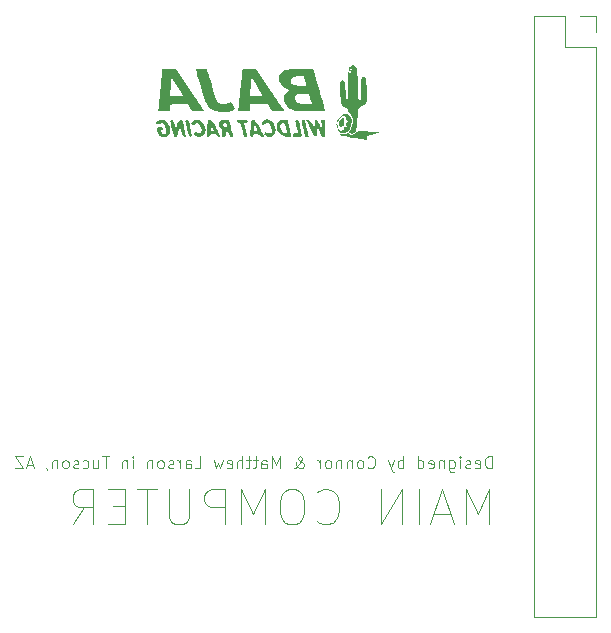
<source format=gbr>
%TF.GenerationSoftware,KiCad,Pcbnew,8.0.8-8.0.8-0~ubuntu24.04.1*%
%TF.CreationDate,2025-02-15T13:26:57-07:00*%
%TF.ProjectId,Main Computer,4d61696e-2043-46f6-9d70-757465722e6b,rev?*%
%TF.SameCoordinates,Original*%
%TF.FileFunction,Legend,Bot*%
%TF.FilePolarity,Positive*%
%FSLAX46Y46*%
G04 Gerber Fmt 4.6, Leading zero omitted, Abs format (unit mm)*
G04 Created by KiCad (PCBNEW 8.0.8-8.0.8-0~ubuntu24.04.1) date 2025-02-15 13:26:57*
%MOMM*%
%LPD*%
G01*
G04 APERTURE LIST*
%ADD10C,0.100000*%
%ADD11C,0.120000*%
%ADD12C,0.000000*%
G04 APERTURE END LIST*
D10*
X141796115Y-133672419D02*
X141796115Y-132672419D01*
X141796115Y-132672419D02*
X141558020Y-132672419D01*
X141558020Y-132672419D02*
X141415163Y-132720038D01*
X141415163Y-132720038D02*
X141319925Y-132815276D01*
X141319925Y-132815276D02*
X141272306Y-132910514D01*
X141272306Y-132910514D02*
X141224687Y-133100990D01*
X141224687Y-133100990D02*
X141224687Y-133243847D01*
X141224687Y-133243847D02*
X141272306Y-133434323D01*
X141272306Y-133434323D02*
X141319925Y-133529561D01*
X141319925Y-133529561D02*
X141415163Y-133624800D01*
X141415163Y-133624800D02*
X141558020Y-133672419D01*
X141558020Y-133672419D02*
X141796115Y-133672419D01*
X140415163Y-133624800D02*
X140510401Y-133672419D01*
X140510401Y-133672419D02*
X140700877Y-133672419D01*
X140700877Y-133672419D02*
X140796115Y-133624800D01*
X140796115Y-133624800D02*
X140843734Y-133529561D01*
X140843734Y-133529561D02*
X140843734Y-133148609D01*
X140843734Y-133148609D02*
X140796115Y-133053371D01*
X140796115Y-133053371D02*
X140700877Y-133005752D01*
X140700877Y-133005752D02*
X140510401Y-133005752D01*
X140510401Y-133005752D02*
X140415163Y-133053371D01*
X140415163Y-133053371D02*
X140367544Y-133148609D01*
X140367544Y-133148609D02*
X140367544Y-133243847D01*
X140367544Y-133243847D02*
X140843734Y-133339085D01*
X139986591Y-133624800D02*
X139891353Y-133672419D01*
X139891353Y-133672419D02*
X139700877Y-133672419D01*
X139700877Y-133672419D02*
X139605639Y-133624800D01*
X139605639Y-133624800D02*
X139558020Y-133529561D01*
X139558020Y-133529561D02*
X139558020Y-133481942D01*
X139558020Y-133481942D02*
X139605639Y-133386704D01*
X139605639Y-133386704D02*
X139700877Y-133339085D01*
X139700877Y-133339085D02*
X139843734Y-133339085D01*
X139843734Y-133339085D02*
X139938972Y-133291466D01*
X139938972Y-133291466D02*
X139986591Y-133196228D01*
X139986591Y-133196228D02*
X139986591Y-133148609D01*
X139986591Y-133148609D02*
X139938972Y-133053371D01*
X139938972Y-133053371D02*
X139843734Y-133005752D01*
X139843734Y-133005752D02*
X139700877Y-133005752D01*
X139700877Y-133005752D02*
X139605639Y-133053371D01*
X139129448Y-133672419D02*
X139129448Y-133005752D01*
X139129448Y-132672419D02*
X139177067Y-132720038D01*
X139177067Y-132720038D02*
X139129448Y-132767657D01*
X139129448Y-132767657D02*
X139081829Y-132720038D01*
X139081829Y-132720038D02*
X139129448Y-132672419D01*
X139129448Y-132672419D02*
X139129448Y-132767657D01*
X138224687Y-133005752D02*
X138224687Y-133815276D01*
X138224687Y-133815276D02*
X138272306Y-133910514D01*
X138272306Y-133910514D02*
X138319925Y-133958133D01*
X138319925Y-133958133D02*
X138415163Y-134005752D01*
X138415163Y-134005752D02*
X138558020Y-134005752D01*
X138558020Y-134005752D02*
X138653258Y-133958133D01*
X138224687Y-133624800D02*
X138319925Y-133672419D01*
X138319925Y-133672419D02*
X138510401Y-133672419D01*
X138510401Y-133672419D02*
X138605639Y-133624800D01*
X138605639Y-133624800D02*
X138653258Y-133577180D01*
X138653258Y-133577180D02*
X138700877Y-133481942D01*
X138700877Y-133481942D02*
X138700877Y-133196228D01*
X138700877Y-133196228D02*
X138653258Y-133100990D01*
X138653258Y-133100990D02*
X138605639Y-133053371D01*
X138605639Y-133053371D02*
X138510401Y-133005752D01*
X138510401Y-133005752D02*
X138319925Y-133005752D01*
X138319925Y-133005752D02*
X138224687Y-133053371D01*
X137748496Y-133005752D02*
X137748496Y-133672419D01*
X137748496Y-133100990D02*
X137700877Y-133053371D01*
X137700877Y-133053371D02*
X137605639Y-133005752D01*
X137605639Y-133005752D02*
X137462782Y-133005752D01*
X137462782Y-133005752D02*
X137367544Y-133053371D01*
X137367544Y-133053371D02*
X137319925Y-133148609D01*
X137319925Y-133148609D02*
X137319925Y-133672419D01*
X136462782Y-133624800D02*
X136558020Y-133672419D01*
X136558020Y-133672419D02*
X136748496Y-133672419D01*
X136748496Y-133672419D02*
X136843734Y-133624800D01*
X136843734Y-133624800D02*
X136891353Y-133529561D01*
X136891353Y-133529561D02*
X136891353Y-133148609D01*
X136891353Y-133148609D02*
X136843734Y-133053371D01*
X136843734Y-133053371D02*
X136748496Y-133005752D01*
X136748496Y-133005752D02*
X136558020Y-133005752D01*
X136558020Y-133005752D02*
X136462782Y-133053371D01*
X136462782Y-133053371D02*
X136415163Y-133148609D01*
X136415163Y-133148609D02*
X136415163Y-133243847D01*
X136415163Y-133243847D02*
X136891353Y-133339085D01*
X135558020Y-133672419D02*
X135558020Y-132672419D01*
X135558020Y-133624800D02*
X135653258Y-133672419D01*
X135653258Y-133672419D02*
X135843734Y-133672419D01*
X135843734Y-133672419D02*
X135938972Y-133624800D01*
X135938972Y-133624800D02*
X135986591Y-133577180D01*
X135986591Y-133577180D02*
X136034210Y-133481942D01*
X136034210Y-133481942D02*
X136034210Y-133196228D01*
X136034210Y-133196228D02*
X135986591Y-133100990D01*
X135986591Y-133100990D02*
X135938972Y-133053371D01*
X135938972Y-133053371D02*
X135843734Y-133005752D01*
X135843734Y-133005752D02*
X135653258Y-133005752D01*
X135653258Y-133005752D02*
X135558020Y-133053371D01*
X134319924Y-133672419D02*
X134319924Y-132672419D01*
X134319924Y-133053371D02*
X134224686Y-133005752D01*
X134224686Y-133005752D02*
X134034210Y-133005752D01*
X134034210Y-133005752D02*
X133938972Y-133053371D01*
X133938972Y-133053371D02*
X133891353Y-133100990D01*
X133891353Y-133100990D02*
X133843734Y-133196228D01*
X133843734Y-133196228D02*
X133843734Y-133481942D01*
X133843734Y-133481942D02*
X133891353Y-133577180D01*
X133891353Y-133577180D02*
X133938972Y-133624800D01*
X133938972Y-133624800D02*
X134034210Y-133672419D01*
X134034210Y-133672419D02*
X134224686Y-133672419D01*
X134224686Y-133672419D02*
X134319924Y-133624800D01*
X133510400Y-133005752D02*
X133272305Y-133672419D01*
X133034210Y-133005752D02*
X133272305Y-133672419D01*
X133272305Y-133672419D02*
X133367543Y-133910514D01*
X133367543Y-133910514D02*
X133415162Y-133958133D01*
X133415162Y-133958133D02*
X133510400Y-134005752D01*
X131319924Y-133577180D02*
X131367543Y-133624800D01*
X131367543Y-133624800D02*
X131510400Y-133672419D01*
X131510400Y-133672419D02*
X131605638Y-133672419D01*
X131605638Y-133672419D02*
X131748495Y-133624800D01*
X131748495Y-133624800D02*
X131843733Y-133529561D01*
X131843733Y-133529561D02*
X131891352Y-133434323D01*
X131891352Y-133434323D02*
X131938971Y-133243847D01*
X131938971Y-133243847D02*
X131938971Y-133100990D01*
X131938971Y-133100990D02*
X131891352Y-132910514D01*
X131891352Y-132910514D02*
X131843733Y-132815276D01*
X131843733Y-132815276D02*
X131748495Y-132720038D01*
X131748495Y-132720038D02*
X131605638Y-132672419D01*
X131605638Y-132672419D02*
X131510400Y-132672419D01*
X131510400Y-132672419D02*
X131367543Y-132720038D01*
X131367543Y-132720038D02*
X131319924Y-132767657D01*
X130748495Y-133672419D02*
X130843733Y-133624800D01*
X130843733Y-133624800D02*
X130891352Y-133577180D01*
X130891352Y-133577180D02*
X130938971Y-133481942D01*
X130938971Y-133481942D02*
X130938971Y-133196228D01*
X130938971Y-133196228D02*
X130891352Y-133100990D01*
X130891352Y-133100990D02*
X130843733Y-133053371D01*
X130843733Y-133053371D02*
X130748495Y-133005752D01*
X130748495Y-133005752D02*
X130605638Y-133005752D01*
X130605638Y-133005752D02*
X130510400Y-133053371D01*
X130510400Y-133053371D02*
X130462781Y-133100990D01*
X130462781Y-133100990D02*
X130415162Y-133196228D01*
X130415162Y-133196228D02*
X130415162Y-133481942D01*
X130415162Y-133481942D02*
X130462781Y-133577180D01*
X130462781Y-133577180D02*
X130510400Y-133624800D01*
X130510400Y-133624800D02*
X130605638Y-133672419D01*
X130605638Y-133672419D02*
X130748495Y-133672419D01*
X129986590Y-133005752D02*
X129986590Y-133672419D01*
X129986590Y-133100990D02*
X129938971Y-133053371D01*
X129938971Y-133053371D02*
X129843733Y-133005752D01*
X129843733Y-133005752D02*
X129700876Y-133005752D01*
X129700876Y-133005752D02*
X129605638Y-133053371D01*
X129605638Y-133053371D02*
X129558019Y-133148609D01*
X129558019Y-133148609D02*
X129558019Y-133672419D01*
X129081828Y-133005752D02*
X129081828Y-133672419D01*
X129081828Y-133100990D02*
X129034209Y-133053371D01*
X129034209Y-133053371D02*
X128938971Y-133005752D01*
X128938971Y-133005752D02*
X128796114Y-133005752D01*
X128796114Y-133005752D02*
X128700876Y-133053371D01*
X128700876Y-133053371D02*
X128653257Y-133148609D01*
X128653257Y-133148609D02*
X128653257Y-133672419D01*
X128034209Y-133672419D02*
X128129447Y-133624800D01*
X128129447Y-133624800D02*
X128177066Y-133577180D01*
X128177066Y-133577180D02*
X128224685Y-133481942D01*
X128224685Y-133481942D02*
X128224685Y-133196228D01*
X128224685Y-133196228D02*
X128177066Y-133100990D01*
X128177066Y-133100990D02*
X128129447Y-133053371D01*
X128129447Y-133053371D02*
X128034209Y-133005752D01*
X128034209Y-133005752D02*
X127891352Y-133005752D01*
X127891352Y-133005752D02*
X127796114Y-133053371D01*
X127796114Y-133053371D02*
X127748495Y-133100990D01*
X127748495Y-133100990D02*
X127700876Y-133196228D01*
X127700876Y-133196228D02*
X127700876Y-133481942D01*
X127700876Y-133481942D02*
X127748495Y-133577180D01*
X127748495Y-133577180D02*
X127796114Y-133624800D01*
X127796114Y-133624800D02*
X127891352Y-133672419D01*
X127891352Y-133672419D02*
X128034209Y-133672419D01*
X127272304Y-133672419D02*
X127272304Y-133005752D01*
X127272304Y-133196228D02*
X127224685Y-133100990D01*
X127224685Y-133100990D02*
X127177066Y-133053371D01*
X127177066Y-133053371D02*
X127081828Y-133005752D01*
X127081828Y-133005752D02*
X126986590Y-133005752D01*
X125081827Y-133672419D02*
X125129447Y-133672419D01*
X125129447Y-133672419D02*
X125224685Y-133624800D01*
X125224685Y-133624800D02*
X125367542Y-133481942D01*
X125367542Y-133481942D02*
X125605637Y-133196228D01*
X125605637Y-133196228D02*
X125700875Y-133053371D01*
X125700875Y-133053371D02*
X125748494Y-132910514D01*
X125748494Y-132910514D02*
X125748494Y-132815276D01*
X125748494Y-132815276D02*
X125700875Y-132720038D01*
X125700875Y-132720038D02*
X125605637Y-132672419D01*
X125605637Y-132672419D02*
X125558018Y-132672419D01*
X125558018Y-132672419D02*
X125462780Y-132720038D01*
X125462780Y-132720038D02*
X125415161Y-132815276D01*
X125415161Y-132815276D02*
X125415161Y-132862895D01*
X125415161Y-132862895D02*
X125462780Y-132958133D01*
X125462780Y-132958133D02*
X125510399Y-133005752D01*
X125510399Y-133005752D02*
X125796113Y-133196228D01*
X125796113Y-133196228D02*
X125843732Y-133243847D01*
X125843732Y-133243847D02*
X125891351Y-133339085D01*
X125891351Y-133339085D02*
X125891351Y-133481942D01*
X125891351Y-133481942D02*
X125843732Y-133577180D01*
X125843732Y-133577180D02*
X125796113Y-133624800D01*
X125796113Y-133624800D02*
X125700875Y-133672419D01*
X125700875Y-133672419D02*
X125558018Y-133672419D01*
X125558018Y-133672419D02*
X125462780Y-133624800D01*
X125462780Y-133624800D02*
X125415161Y-133577180D01*
X125415161Y-133577180D02*
X125272304Y-133386704D01*
X125272304Y-133386704D02*
X125224685Y-133243847D01*
X125224685Y-133243847D02*
X125224685Y-133148609D01*
X123891351Y-133672419D02*
X123891351Y-132672419D01*
X123891351Y-132672419D02*
X123558018Y-133386704D01*
X123558018Y-133386704D02*
X123224685Y-132672419D01*
X123224685Y-132672419D02*
X123224685Y-133672419D01*
X122319923Y-133672419D02*
X122319923Y-133148609D01*
X122319923Y-133148609D02*
X122367542Y-133053371D01*
X122367542Y-133053371D02*
X122462780Y-133005752D01*
X122462780Y-133005752D02*
X122653256Y-133005752D01*
X122653256Y-133005752D02*
X122748494Y-133053371D01*
X122319923Y-133624800D02*
X122415161Y-133672419D01*
X122415161Y-133672419D02*
X122653256Y-133672419D01*
X122653256Y-133672419D02*
X122748494Y-133624800D01*
X122748494Y-133624800D02*
X122796113Y-133529561D01*
X122796113Y-133529561D02*
X122796113Y-133434323D01*
X122796113Y-133434323D02*
X122748494Y-133339085D01*
X122748494Y-133339085D02*
X122653256Y-133291466D01*
X122653256Y-133291466D02*
X122415161Y-133291466D01*
X122415161Y-133291466D02*
X122319923Y-133243847D01*
X121986589Y-133005752D02*
X121605637Y-133005752D01*
X121843732Y-132672419D02*
X121843732Y-133529561D01*
X121843732Y-133529561D02*
X121796113Y-133624800D01*
X121796113Y-133624800D02*
X121700875Y-133672419D01*
X121700875Y-133672419D02*
X121605637Y-133672419D01*
X121415160Y-133005752D02*
X121034208Y-133005752D01*
X121272303Y-132672419D02*
X121272303Y-133529561D01*
X121272303Y-133529561D02*
X121224684Y-133624800D01*
X121224684Y-133624800D02*
X121129446Y-133672419D01*
X121129446Y-133672419D02*
X121034208Y-133672419D01*
X120700874Y-133672419D02*
X120700874Y-132672419D01*
X120272303Y-133672419D02*
X120272303Y-133148609D01*
X120272303Y-133148609D02*
X120319922Y-133053371D01*
X120319922Y-133053371D02*
X120415160Y-133005752D01*
X120415160Y-133005752D02*
X120558017Y-133005752D01*
X120558017Y-133005752D02*
X120653255Y-133053371D01*
X120653255Y-133053371D02*
X120700874Y-133100990D01*
X119415160Y-133624800D02*
X119510398Y-133672419D01*
X119510398Y-133672419D02*
X119700874Y-133672419D01*
X119700874Y-133672419D02*
X119796112Y-133624800D01*
X119796112Y-133624800D02*
X119843731Y-133529561D01*
X119843731Y-133529561D02*
X119843731Y-133148609D01*
X119843731Y-133148609D02*
X119796112Y-133053371D01*
X119796112Y-133053371D02*
X119700874Y-133005752D01*
X119700874Y-133005752D02*
X119510398Y-133005752D01*
X119510398Y-133005752D02*
X119415160Y-133053371D01*
X119415160Y-133053371D02*
X119367541Y-133148609D01*
X119367541Y-133148609D02*
X119367541Y-133243847D01*
X119367541Y-133243847D02*
X119843731Y-133339085D01*
X119034207Y-133005752D02*
X118843731Y-133672419D01*
X118843731Y-133672419D02*
X118653255Y-133196228D01*
X118653255Y-133196228D02*
X118462779Y-133672419D01*
X118462779Y-133672419D02*
X118272303Y-133005752D01*
X116653255Y-133672419D02*
X117129445Y-133672419D01*
X117129445Y-133672419D02*
X117129445Y-132672419D01*
X115891350Y-133672419D02*
X115891350Y-133148609D01*
X115891350Y-133148609D02*
X115938969Y-133053371D01*
X115938969Y-133053371D02*
X116034207Y-133005752D01*
X116034207Y-133005752D02*
X116224683Y-133005752D01*
X116224683Y-133005752D02*
X116319921Y-133053371D01*
X115891350Y-133624800D02*
X115986588Y-133672419D01*
X115986588Y-133672419D02*
X116224683Y-133672419D01*
X116224683Y-133672419D02*
X116319921Y-133624800D01*
X116319921Y-133624800D02*
X116367540Y-133529561D01*
X116367540Y-133529561D02*
X116367540Y-133434323D01*
X116367540Y-133434323D02*
X116319921Y-133339085D01*
X116319921Y-133339085D02*
X116224683Y-133291466D01*
X116224683Y-133291466D02*
X115986588Y-133291466D01*
X115986588Y-133291466D02*
X115891350Y-133243847D01*
X115415159Y-133672419D02*
X115415159Y-133005752D01*
X115415159Y-133196228D02*
X115367540Y-133100990D01*
X115367540Y-133100990D02*
X115319921Y-133053371D01*
X115319921Y-133053371D02*
X115224683Y-133005752D01*
X115224683Y-133005752D02*
X115129445Y-133005752D01*
X114843730Y-133624800D02*
X114748492Y-133672419D01*
X114748492Y-133672419D02*
X114558016Y-133672419D01*
X114558016Y-133672419D02*
X114462778Y-133624800D01*
X114462778Y-133624800D02*
X114415159Y-133529561D01*
X114415159Y-133529561D02*
X114415159Y-133481942D01*
X114415159Y-133481942D02*
X114462778Y-133386704D01*
X114462778Y-133386704D02*
X114558016Y-133339085D01*
X114558016Y-133339085D02*
X114700873Y-133339085D01*
X114700873Y-133339085D02*
X114796111Y-133291466D01*
X114796111Y-133291466D02*
X114843730Y-133196228D01*
X114843730Y-133196228D02*
X114843730Y-133148609D01*
X114843730Y-133148609D02*
X114796111Y-133053371D01*
X114796111Y-133053371D02*
X114700873Y-133005752D01*
X114700873Y-133005752D02*
X114558016Y-133005752D01*
X114558016Y-133005752D02*
X114462778Y-133053371D01*
X113843730Y-133672419D02*
X113938968Y-133624800D01*
X113938968Y-133624800D02*
X113986587Y-133577180D01*
X113986587Y-133577180D02*
X114034206Y-133481942D01*
X114034206Y-133481942D02*
X114034206Y-133196228D01*
X114034206Y-133196228D02*
X113986587Y-133100990D01*
X113986587Y-133100990D02*
X113938968Y-133053371D01*
X113938968Y-133053371D02*
X113843730Y-133005752D01*
X113843730Y-133005752D02*
X113700873Y-133005752D01*
X113700873Y-133005752D02*
X113605635Y-133053371D01*
X113605635Y-133053371D02*
X113558016Y-133100990D01*
X113558016Y-133100990D02*
X113510397Y-133196228D01*
X113510397Y-133196228D02*
X113510397Y-133481942D01*
X113510397Y-133481942D02*
X113558016Y-133577180D01*
X113558016Y-133577180D02*
X113605635Y-133624800D01*
X113605635Y-133624800D02*
X113700873Y-133672419D01*
X113700873Y-133672419D02*
X113843730Y-133672419D01*
X113081825Y-133005752D02*
X113081825Y-133672419D01*
X113081825Y-133100990D02*
X113034206Y-133053371D01*
X113034206Y-133053371D02*
X112938968Y-133005752D01*
X112938968Y-133005752D02*
X112796111Y-133005752D01*
X112796111Y-133005752D02*
X112700873Y-133053371D01*
X112700873Y-133053371D02*
X112653254Y-133148609D01*
X112653254Y-133148609D02*
X112653254Y-133672419D01*
X111415158Y-133672419D02*
X111415158Y-133005752D01*
X111415158Y-132672419D02*
X111462777Y-132720038D01*
X111462777Y-132720038D02*
X111415158Y-132767657D01*
X111415158Y-132767657D02*
X111367539Y-132720038D01*
X111367539Y-132720038D02*
X111415158Y-132672419D01*
X111415158Y-132672419D02*
X111415158Y-132767657D01*
X110938968Y-133005752D02*
X110938968Y-133672419D01*
X110938968Y-133100990D02*
X110891349Y-133053371D01*
X110891349Y-133053371D02*
X110796111Y-133005752D01*
X110796111Y-133005752D02*
X110653254Y-133005752D01*
X110653254Y-133005752D02*
X110558016Y-133053371D01*
X110558016Y-133053371D02*
X110510397Y-133148609D01*
X110510397Y-133148609D02*
X110510397Y-133672419D01*
X109415158Y-132672419D02*
X108843730Y-132672419D01*
X109129444Y-133672419D02*
X109129444Y-132672419D01*
X108081825Y-133005752D02*
X108081825Y-133672419D01*
X108510396Y-133005752D02*
X108510396Y-133529561D01*
X108510396Y-133529561D02*
X108462777Y-133624800D01*
X108462777Y-133624800D02*
X108367539Y-133672419D01*
X108367539Y-133672419D02*
X108224682Y-133672419D01*
X108224682Y-133672419D02*
X108129444Y-133624800D01*
X108129444Y-133624800D02*
X108081825Y-133577180D01*
X107177063Y-133624800D02*
X107272301Y-133672419D01*
X107272301Y-133672419D02*
X107462777Y-133672419D01*
X107462777Y-133672419D02*
X107558015Y-133624800D01*
X107558015Y-133624800D02*
X107605634Y-133577180D01*
X107605634Y-133577180D02*
X107653253Y-133481942D01*
X107653253Y-133481942D02*
X107653253Y-133196228D01*
X107653253Y-133196228D02*
X107605634Y-133100990D01*
X107605634Y-133100990D02*
X107558015Y-133053371D01*
X107558015Y-133053371D02*
X107462777Y-133005752D01*
X107462777Y-133005752D02*
X107272301Y-133005752D01*
X107272301Y-133005752D02*
X107177063Y-133053371D01*
X106796110Y-133624800D02*
X106700872Y-133672419D01*
X106700872Y-133672419D02*
X106510396Y-133672419D01*
X106510396Y-133672419D02*
X106415158Y-133624800D01*
X106415158Y-133624800D02*
X106367539Y-133529561D01*
X106367539Y-133529561D02*
X106367539Y-133481942D01*
X106367539Y-133481942D02*
X106415158Y-133386704D01*
X106415158Y-133386704D02*
X106510396Y-133339085D01*
X106510396Y-133339085D02*
X106653253Y-133339085D01*
X106653253Y-133339085D02*
X106748491Y-133291466D01*
X106748491Y-133291466D02*
X106796110Y-133196228D01*
X106796110Y-133196228D02*
X106796110Y-133148609D01*
X106796110Y-133148609D02*
X106748491Y-133053371D01*
X106748491Y-133053371D02*
X106653253Y-133005752D01*
X106653253Y-133005752D02*
X106510396Y-133005752D01*
X106510396Y-133005752D02*
X106415158Y-133053371D01*
X105796110Y-133672419D02*
X105891348Y-133624800D01*
X105891348Y-133624800D02*
X105938967Y-133577180D01*
X105938967Y-133577180D02*
X105986586Y-133481942D01*
X105986586Y-133481942D02*
X105986586Y-133196228D01*
X105986586Y-133196228D02*
X105938967Y-133100990D01*
X105938967Y-133100990D02*
X105891348Y-133053371D01*
X105891348Y-133053371D02*
X105796110Y-133005752D01*
X105796110Y-133005752D02*
X105653253Y-133005752D01*
X105653253Y-133005752D02*
X105558015Y-133053371D01*
X105558015Y-133053371D02*
X105510396Y-133100990D01*
X105510396Y-133100990D02*
X105462777Y-133196228D01*
X105462777Y-133196228D02*
X105462777Y-133481942D01*
X105462777Y-133481942D02*
X105510396Y-133577180D01*
X105510396Y-133577180D02*
X105558015Y-133624800D01*
X105558015Y-133624800D02*
X105653253Y-133672419D01*
X105653253Y-133672419D02*
X105796110Y-133672419D01*
X105034205Y-133005752D02*
X105034205Y-133672419D01*
X105034205Y-133100990D02*
X104986586Y-133053371D01*
X104986586Y-133053371D02*
X104891348Y-133005752D01*
X104891348Y-133005752D02*
X104748491Y-133005752D01*
X104748491Y-133005752D02*
X104653253Y-133053371D01*
X104653253Y-133053371D02*
X104605634Y-133148609D01*
X104605634Y-133148609D02*
X104605634Y-133672419D01*
X104081824Y-133624800D02*
X104081824Y-133672419D01*
X104081824Y-133672419D02*
X104129443Y-133767657D01*
X104129443Y-133767657D02*
X104177062Y-133815276D01*
X102938967Y-133386704D02*
X102462777Y-133386704D01*
X103034205Y-133672419D02*
X102700872Y-132672419D01*
X102700872Y-132672419D02*
X102367539Y-133672419D01*
X102129443Y-132672419D02*
X101462777Y-132672419D01*
X101462777Y-132672419D02*
X102129443Y-133672419D01*
X102129443Y-133672419D02*
X101462777Y-133672419D01*
X141619925Y-138427657D02*
X141619925Y-135427657D01*
X141619925Y-135427657D02*
X140619925Y-137570514D01*
X140619925Y-137570514D02*
X139619925Y-135427657D01*
X139619925Y-135427657D02*
X139619925Y-138427657D01*
X138334211Y-137570514D02*
X136905640Y-137570514D01*
X138619925Y-138427657D02*
X137619925Y-135427657D01*
X137619925Y-135427657D02*
X136619925Y-138427657D01*
X135619925Y-138427657D02*
X135619925Y-135427657D01*
X134191354Y-138427657D02*
X134191354Y-135427657D01*
X134191354Y-135427657D02*
X132477068Y-138427657D01*
X132477068Y-138427657D02*
X132477068Y-135427657D01*
X127048497Y-138141942D02*
X127191354Y-138284800D01*
X127191354Y-138284800D02*
X127619926Y-138427657D01*
X127619926Y-138427657D02*
X127905640Y-138427657D01*
X127905640Y-138427657D02*
X128334211Y-138284800D01*
X128334211Y-138284800D02*
X128619926Y-137999085D01*
X128619926Y-137999085D02*
X128762783Y-137713371D01*
X128762783Y-137713371D02*
X128905640Y-137141942D01*
X128905640Y-137141942D02*
X128905640Y-136713371D01*
X128905640Y-136713371D02*
X128762783Y-136141942D01*
X128762783Y-136141942D02*
X128619926Y-135856228D01*
X128619926Y-135856228D02*
X128334211Y-135570514D01*
X128334211Y-135570514D02*
X127905640Y-135427657D01*
X127905640Y-135427657D02*
X127619926Y-135427657D01*
X127619926Y-135427657D02*
X127191354Y-135570514D01*
X127191354Y-135570514D02*
X127048497Y-135713371D01*
X125191354Y-135427657D02*
X124619926Y-135427657D01*
X124619926Y-135427657D02*
X124334211Y-135570514D01*
X124334211Y-135570514D02*
X124048497Y-135856228D01*
X124048497Y-135856228D02*
X123905640Y-136427657D01*
X123905640Y-136427657D02*
X123905640Y-137427657D01*
X123905640Y-137427657D02*
X124048497Y-137999085D01*
X124048497Y-137999085D02*
X124334211Y-138284800D01*
X124334211Y-138284800D02*
X124619926Y-138427657D01*
X124619926Y-138427657D02*
X125191354Y-138427657D01*
X125191354Y-138427657D02*
X125477069Y-138284800D01*
X125477069Y-138284800D02*
X125762783Y-137999085D01*
X125762783Y-137999085D02*
X125905640Y-137427657D01*
X125905640Y-137427657D02*
X125905640Y-136427657D01*
X125905640Y-136427657D02*
X125762783Y-135856228D01*
X125762783Y-135856228D02*
X125477069Y-135570514D01*
X125477069Y-135570514D02*
X125191354Y-135427657D01*
X122619926Y-138427657D02*
X122619926Y-135427657D01*
X122619926Y-135427657D02*
X121619926Y-137570514D01*
X121619926Y-137570514D02*
X120619926Y-135427657D01*
X120619926Y-135427657D02*
X120619926Y-138427657D01*
X119191355Y-138427657D02*
X119191355Y-135427657D01*
X119191355Y-135427657D02*
X118048498Y-135427657D01*
X118048498Y-135427657D02*
X117762783Y-135570514D01*
X117762783Y-135570514D02*
X117619926Y-135713371D01*
X117619926Y-135713371D02*
X117477069Y-135999085D01*
X117477069Y-135999085D02*
X117477069Y-136427657D01*
X117477069Y-136427657D02*
X117619926Y-136713371D01*
X117619926Y-136713371D02*
X117762783Y-136856228D01*
X117762783Y-136856228D02*
X118048498Y-136999085D01*
X118048498Y-136999085D02*
X119191355Y-136999085D01*
X116191355Y-135427657D02*
X116191355Y-137856228D01*
X116191355Y-137856228D02*
X116048498Y-138141942D01*
X116048498Y-138141942D02*
X115905641Y-138284800D01*
X115905641Y-138284800D02*
X115619926Y-138427657D01*
X115619926Y-138427657D02*
X115048498Y-138427657D01*
X115048498Y-138427657D02*
X114762783Y-138284800D01*
X114762783Y-138284800D02*
X114619926Y-138141942D01*
X114619926Y-138141942D02*
X114477069Y-137856228D01*
X114477069Y-137856228D02*
X114477069Y-135427657D01*
X113477069Y-135427657D02*
X111762784Y-135427657D01*
X112619926Y-138427657D02*
X112619926Y-135427657D01*
X110762784Y-136856228D02*
X109762784Y-136856228D01*
X109334212Y-138427657D02*
X110762784Y-138427657D01*
X110762784Y-138427657D02*
X110762784Y-135427657D01*
X110762784Y-135427657D02*
X109334212Y-135427657D01*
X106334212Y-138427657D02*
X107334212Y-136999085D01*
X108048498Y-138427657D02*
X108048498Y-135427657D01*
X108048498Y-135427657D02*
X106905641Y-135427657D01*
X106905641Y-135427657D02*
X106619926Y-135570514D01*
X106619926Y-135570514D02*
X106477069Y-135713371D01*
X106477069Y-135713371D02*
X106334212Y-135999085D01*
X106334212Y-135999085D02*
X106334212Y-136427657D01*
X106334212Y-136427657D02*
X106477069Y-136713371D01*
X106477069Y-136713371D02*
X106619926Y-136856228D01*
X106619926Y-136856228D02*
X106905641Y-136999085D01*
X106905641Y-136999085D02*
X108048498Y-136999085D01*
D11*
%TO.C,J1*%
X145430000Y-95370000D02*
X148030000Y-95370000D01*
X145430000Y-146290000D02*
X145430000Y-95370000D01*
X145430000Y-146290000D02*
X150630000Y-146290000D01*
X148030000Y-95370000D02*
X148030000Y-97970000D01*
X148030000Y-97970000D02*
X150630000Y-97970000D01*
X149300000Y-95370000D02*
X150630000Y-95370000D01*
X150630000Y-95370000D02*
X150630000Y-96700000D01*
X150630000Y-146290000D02*
X150630000Y-97970000D01*
D12*
%TO.C,G\u002A\u002A\u002A*%
G36*
X129265006Y-104063829D02*
G01*
X129334342Y-104185397D01*
X129339841Y-104366250D01*
X129275404Y-104575262D01*
X129184948Y-104713076D01*
X129063169Y-104789719D01*
X128952756Y-104761477D01*
X128878448Y-104625236D01*
X128872291Y-104594405D01*
X128881696Y-104410629D01*
X128947882Y-104227298D01*
X129050348Y-104086464D01*
X129168591Y-104030174D01*
X129265006Y-104063829D01*
G37*
G36*
X116018461Y-104156900D02*
G01*
X116083515Y-104169297D01*
X116134407Y-104218802D01*
X116180688Y-104327234D01*
X116231905Y-104516411D01*
X116297608Y-104808152D01*
X116340796Y-105010781D01*
X116391584Y-105261267D01*
X116426296Y-105447978D01*
X116439152Y-105540987D01*
X116412200Y-105587686D01*
X116301280Y-105602286D01*
X116252372Y-105588258D01*
X116195502Y-105536742D01*
X116144136Y-105427888D01*
X116088618Y-105239312D01*
X116019290Y-104948628D01*
X116002220Y-104873575D01*
X115934764Y-104571582D01*
X115895206Y-104369164D01*
X115883377Y-104246401D01*
X115899107Y-104183375D01*
X115942228Y-104160167D01*
X116012571Y-104156858D01*
X116018461Y-104156900D01*
G37*
G36*
X125845217Y-104156916D02*
G01*
X125916215Y-104167465D01*
X125969457Y-104211936D01*
X126015689Y-104312884D01*
X126065654Y-104492866D01*
X126130098Y-104774439D01*
X126167295Y-104941373D01*
X126225314Y-105197498D01*
X126271381Y-105395621D01*
X126297920Y-105502868D01*
X126301988Y-105519312D01*
X126283359Y-105593443D01*
X126166363Y-105613716D01*
X126058212Y-105605475D01*
X126003740Y-105581374D01*
X126002678Y-105571364D01*
X125982979Y-105467117D01*
X125943934Y-105281116D01*
X125892791Y-105046015D01*
X125836797Y-104794470D01*
X125783200Y-104559133D01*
X125739246Y-104372660D01*
X125712183Y-104267706D01*
X125708262Y-104253555D01*
X125722678Y-104177591D01*
X125835918Y-104156858D01*
X125845217Y-104156916D01*
G37*
G36*
X125329683Y-104156900D02*
G01*
X125394737Y-104169297D01*
X125445629Y-104218802D01*
X125491910Y-104327234D01*
X125543127Y-104516411D01*
X125608830Y-104808152D01*
X125652144Y-105011170D01*
X125702871Y-105260476D01*
X125737537Y-105445507D01*
X125750374Y-105536581D01*
X125733998Y-105565773D01*
X125612693Y-105601845D01*
X125370324Y-105613716D01*
X125357003Y-105613712D01*
X125151938Y-105609904D01*
X125042293Y-105590506D01*
X124998321Y-105543123D01*
X124990274Y-105455361D01*
X124999026Y-105367304D01*
X125057459Y-105309929D01*
X125203845Y-105297007D01*
X125417416Y-105297007D01*
X125301021Y-104806110D01*
X125267283Y-104662970D01*
X125214263Y-104422575D01*
X125192639Y-104273590D01*
X125203175Y-104194190D01*
X125246638Y-104162554D01*
X125323793Y-104156858D01*
X125329683Y-104156900D01*
G37*
G36*
X122970494Y-104185709D02*
G01*
X123178424Y-104312165D01*
X123352454Y-104516995D01*
X123469670Y-104788771D01*
X123513700Y-105058739D01*
X123471893Y-105293057D01*
X123330681Y-105485279D01*
X123295444Y-105514512D01*
X123086056Y-105600905D01*
X122850674Y-105594385D01*
X122639869Y-105494292D01*
X122577448Y-105439776D01*
X122531739Y-105359187D01*
X122575319Y-105274942D01*
X122615651Y-105231512D01*
X122688546Y-105209435D01*
X122801871Y-105269119D01*
X122957399Y-105334384D01*
X123090875Y-105307390D01*
X123170221Y-105190533D01*
X123184763Y-105000847D01*
X123123826Y-104755366D01*
X123072960Y-104641798D01*
X122945245Y-104476957D01*
X122801859Y-104427697D01*
X122652942Y-104499528D01*
X122557557Y-104569121D01*
X122425120Y-104602403D01*
X122349346Y-104549614D01*
X122352440Y-104435184D01*
X122456608Y-104283541D01*
X122544593Y-104213633D01*
X122751579Y-104149056D01*
X122970494Y-104185709D01*
G37*
G36*
X120896360Y-104160508D02*
G01*
X121039181Y-104177535D01*
X121112183Y-104215898D01*
X121144787Y-104283541D01*
X121150225Y-104306875D01*
X121135684Y-104389117D01*
X121025491Y-104410224D01*
X120927334Y-104421517D01*
X120874003Y-104457730D01*
X120878390Y-104491995D01*
X120899512Y-104599800D01*
X120940824Y-104789808D01*
X121005325Y-105075710D01*
X121096015Y-105471197D01*
X121103433Y-105508646D01*
X121086400Y-105593279D01*
X120975645Y-105613716D01*
X120939214Y-105612278D01*
X120871069Y-105588555D01*
X120820139Y-105515891D01*
X120773115Y-105369055D01*
X120716686Y-105122818D01*
X120655218Y-104840095D01*
X120604822Y-104629164D01*
X120563024Y-104501777D01*
X120520275Y-104436870D01*
X120467028Y-104413375D01*
X120393736Y-104410224D01*
X120277902Y-104383843D01*
X120239650Y-104283541D01*
X120239704Y-104276793D01*
X120254305Y-104212426D01*
X120313635Y-104176268D01*
X120444988Y-104160389D01*
X120675654Y-104156858D01*
X120896360Y-104160508D01*
G37*
G36*
X117021720Y-104184126D02*
G01*
X117239280Y-104307537D01*
X117413319Y-104504615D01*
X117531316Y-104746792D01*
X117580747Y-105005500D01*
X117549092Y-105252172D01*
X117423826Y-105458241D01*
X117293613Y-105556038D01*
X117060565Y-105609628D01*
X116793996Y-105541794D01*
X116776133Y-105533372D01*
X116635668Y-105430865D01*
X116606711Y-105324702D01*
X116694877Y-105232403D01*
X116774272Y-105201538D01*
X116819202Y-105227169D01*
X116833263Y-105266721D01*
X116926059Y-105321813D01*
X117057535Y-105334712D01*
X117170620Y-105294485D01*
X117219982Y-105230775D01*
X117258460Y-105053717D01*
X117229975Y-104835006D01*
X117136604Y-104616085D01*
X117061480Y-104518257D01*
X116925720Y-104424556D01*
X116799781Y-104417430D01*
X116715424Y-104505237D01*
X116630960Y-104582874D01*
X116503972Y-104594352D01*
X116404583Y-104532218D01*
X116393554Y-104499500D01*
X116431452Y-104391676D01*
X116543083Y-104279925D01*
X116694904Y-104192300D01*
X116853372Y-104156858D01*
X117021720Y-104184126D01*
G37*
G36*
X124787482Y-105395842D02*
G01*
X124800608Y-105502868D01*
X124785805Y-105561540D01*
X124706249Y-105602678D01*
X124531047Y-105613617D01*
X124372873Y-105602999D01*
X124055059Y-105504103D01*
X123810193Y-105312710D01*
X123652663Y-105042767D01*
X123602067Y-104739455D01*
X123914250Y-104739455D01*
X123945523Y-104940956D01*
X124044747Y-105130111D01*
X124117391Y-105200198D01*
X124245574Y-105271932D01*
X124370151Y-105303361D01*
X124455521Y-105287209D01*
X124466087Y-105216204D01*
X124446356Y-105149647D01*
X124405953Y-104983908D01*
X124359807Y-104772813D01*
X124358364Y-104765878D01*
X124304779Y-104549848D01*
X124246135Y-104441367D01*
X124163012Y-104422621D01*
X124035985Y-104475794D01*
X123951485Y-104567257D01*
X123914250Y-104739455D01*
X123602067Y-104739455D01*
X123596856Y-104708218D01*
X123614477Y-104545199D01*
X123722571Y-104332283D01*
X123924944Y-104201421D01*
X124216825Y-104156858D01*
X124525942Y-104156858D01*
X124663454Y-104774439D01*
X124699978Y-104942524D01*
X124751884Y-105198149D01*
X124755135Y-105216204D01*
X124787482Y-105395842D01*
G37*
G36*
X114048943Y-104185463D02*
G01*
X114262462Y-104312034D01*
X114430084Y-104513412D01*
X114540259Y-104760680D01*
X114581438Y-105024919D01*
X114542071Y-105277212D01*
X114410608Y-105488643D01*
X114366955Y-105525121D01*
X114168711Y-105601880D01*
X113938969Y-105599870D01*
X113732017Y-105516836D01*
X113675944Y-105462192D01*
X113572790Y-105289370D01*
X113494158Y-105072543D01*
X113462448Y-104865809D01*
X113464500Y-104851615D01*
X113533660Y-104802378D01*
X113668383Y-104791225D01*
X113824118Y-104812808D01*
X113956317Y-104861780D01*
X114020432Y-104932793D01*
X114011103Y-105009520D01*
X113910130Y-105043641D01*
X113811425Y-105062850D01*
X113788659Y-105137080D01*
X113878339Y-105260812D01*
X114004359Y-105350323D01*
X114131005Y-105356737D01*
X114223047Y-105274111D01*
X114269771Y-105122378D01*
X114260463Y-104921473D01*
X114184411Y-104691327D01*
X114157662Y-104639636D01*
X114022861Y-104479111D01*
X113871497Y-104430662D01*
X113720082Y-104501055D01*
X113688467Y-104524864D01*
X113562289Y-104564441D01*
X113448330Y-104543228D01*
X113398753Y-104466789D01*
X113416990Y-104400087D01*
X113524590Y-104283063D01*
X113692505Y-104192935D01*
X113878688Y-104156858D01*
X114048943Y-104185463D01*
G37*
G36*
X130912126Y-105115019D02*
G01*
X131238593Y-105147166D01*
X131521633Y-105176328D01*
X131811272Y-105204754D01*
X132041700Y-105225849D01*
X132179551Y-105236449D01*
X132369576Y-105246598D01*
X132179551Y-105301781D01*
X132080743Y-105327779D01*
X131863523Y-105377714D01*
X131625311Y-105426489D01*
X131428900Y-105467868D01*
X131315829Y-105511557D01*
X131269818Y-105575834D01*
X131261097Y-105681548D01*
X131239884Y-105811051D01*
X131181920Y-105865433D01*
X131120872Y-105861897D01*
X130924816Y-105838994D01*
X130660573Y-105799035D01*
X130352300Y-105746670D01*
X130024156Y-105686546D01*
X129700297Y-105623312D01*
X129404881Y-105561618D01*
X129162066Y-105506111D01*
X128996009Y-105461441D01*
X128930868Y-105432256D01*
X128949475Y-105383125D01*
X129068493Y-105395843D01*
X129240888Y-105404340D01*
X129433611Y-105366556D01*
X129492145Y-105347756D01*
X129644629Y-105331889D01*
X129782959Y-105393004D01*
X129810047Y-105410302D01*
X129909127Y-105453137D01*
X130014003Y-105439091D01*
X130176328Y-105364410D01*
X130236969Y-105331410D01*
X130381472Y-105233546D01*
X130454846Y-105153547D01*
X130481566Y-105122053D01*
X130554053Y-105102296D01*
X130690760Y-105100007D01*
X130912126Y-105115019D01*
G37*
G36*
X117825964Y-100277182D02*
G01*
X117840342Y-100326365D01*
X117911928Y-100573224D01*
X118004870Y-100895829D01*
X118108736Y-101257909D01*
X118213094Y-101623192D01*
X118295589Y-101903245D01*
X118421796Y-102285965D01*
X118529375Y-102547107D01*
X118619172Y-102688895D01*
X118692966Y-102751420D01*
X118934262Y-102854053D01*
X119212612Y-102864257D01*
X119487999Y-102777931D01*
X119718143Y-102657847D01*
X119892067Y-102875820D01*
X119904134Y-102891029D01*
X120033183Y-103080738D01*
X120061119Y-103214133D01*
X119983593Y-103315394D01*
X119796259Y-103408702D01*
X119790227Y-103411085D01*
X119501060Y-103483978D01*
X119149770Y-103513864D01*
X118782146Y-103502140D01*
X118443975Y-103450201D01*
X118181047Y-103359446D01*
X118047333Y-103280894D01*
X117912958Y-103172365D01*
X117793585Y-103030724D01*
X117681783Y-102840961D01*
X117570120Y-102588063D01*
X117451162Y-102257019D01*
X117317479Y-101832819D01*
X117161638Y-101300451D01*
X117091724Y-101056089D01*
X116983769Y-100677683D01*
X116891347Y-100352368D01*
X116819315Y-100097311D01*
X116772534Y-99929681D01*
X116755860Y-99866644D01*
X116757730Y-99865129D01*
X116834663Y-99857262D01*
X117001850Y-99851721D01*
X117228240Y-99849626D01*
X117700620Y-99849626D01*
X117825964Y-100277182D01*
G37*
G36*
X118637842Y-105135732D02*
G01*
X118746238Y-105358936D01*
X118819330Y-105514998D01*
X118846134Y-105580990D01*
X118813593Y-105617976D01*
X118715844Y-105611837D01*
X118600005Y-105563591D01*
X118514726Y-105487032D01*
X118423182Y-105401378D01*
X118223222Y-105360349D01*
X118181458Y-105361192D01*
X118039858Y-105393914D01*
X117977704Y-105487032D01*
X117936740Y-105560216D01*
X117825280Y-105613716D01*
X117767898Y-105603283D01*
X117730080Y-105559457D01*
X117710668Y-105463698D01*
X117708118Y-105297467D01*
X117720885Y-105042223D01*
X117734471Y-104856490D01*
X118025173Y-104856490D01*
X118035048Y-105016822D01*
X118072085Y-105089735D01*
X118149376Y-105106982D01*
X118200518Y-105102436D01*
X118263531Y-105051063D01*
X118246484Y-104930771D01*
X118149376Y-104726932D01*
X118028003Y-104505237D01*
X118025348Y-104806110D01*
X118025173Y-104856490D01*
X117734471Y-104856490D01*
X117747423Y-104679426D01*
X117768420Y-104427438D01*
X117790560Y-104271035D01*
X117824098Y-104190704D01*
X117879745Y-104161094D01*
X117968210Y-104156858D01*
X118013656Y-104158936D01*
X118086521Y-104181094D01*
X118157103Y-104242850D01*
X118239609Y-104362891D01*
X118348247Y-104559899D01*
X118497226Y-104852561D01*
X118505124Y-104868316D01*
X118595821Y-105051063D01*
X118637842Y-105135732D01*
G37*
G36*
X115556079Y-104177923D02*
G01*
X115640861Y-104267706D01*
X115645785Y-104284953D01*
X115678406Y-104415687D01*
X115725865Y-104619319D01*
X115780925Y-104863129D01*
X115836347Y-105114399D01*
X115884895Y-105340410D01*
X115919331Y-105508443D01*
X115932419Y-105585780D01*
X115900563Y-105604345D01*
X115789900Y-105602286D01*
X115737041Y-105588447D01*
X115667899Y-105528492D01*
X115610529Y-105398643D01*
X115549498Y-105171231D01*
X115544737Y-105151303D01*
X115490895Y-104945031D01*
X115447163Y-104849017D01*
X115403094Y-104866361D01*
X115348239Y-105000162D01*
X115272150Y-105253521D01*
X115230292Y-105392006D01*
X115171891Y-105535418D01*
X115110601Y-105596721D01*
X115028226Y-105601901D01*
X114988125Y-105591914D01*
X114927948Y-105545621D01*
X114874783Y-105443494D01*
X114818334Y-105262673D01*
X114748308Y-104980299D01*
X114678153Y-104676121D01*
X114628838Y-104434318D01*
X114610603Y-104280839D01*
X114623278Y-104197477D01*
X114666690Y-104166029D01*
X114740669Y-104168288D01*
X114788726Y-104181026D01*
X114857310Y-104240953D01*
X114913831Y-104371561D01*
X114973029Y-104600249D01*
X115066964Y-105011970D01*
X115192088Y-104584414D01*
X115255061Y-104382729D01*
X115316427Y-104240112D01*
X115380059Y-104173388D01*
X115462193Y-104156858D01*
X115556079Y-104177923D01*
G37*
G36*
X119731977Y-104774439D02*
G01*
X119769975Y-104945607D01*
X119825613Y-105191645D01*
X119868356Y-105374952D01*
X119891167Y-105465004D01*
X119896362Y-105488899D01*
X119876350Y-105575852D01*
X119840707Y-105595195D01*
X119723109Y-105613716D01*
X119682826Y-105607642D01*
X119612289Y-105534899D01*
X119567216Y-105360349D01*
X119521560Y-105197896D01*
X119450099Y-105113998D01*
X119375591Y-105139744D01*
X119317113Y-105281172D01*
X119283891Y-105424027D01*
X119239905Y-105549956D01*
X119183243Y-105602912D01*
X119093149Y-105613716D01*
X119068428Y-105613277D01*
X118997113Y-105592472D01*
X118975896Y-105515560D01*
X118991724Y-105348399D01*
X119003593Y-105205876D01*
X118974418Y-105050187D01*
X118873381Y-104900148D01*
X118744451Y-104682728D01*
X118737321Y-104601117D01*
X119067830Y-104601117D01*
X119068941Y-104635394D01*
X119111455Y-104738213D01*
X119242020Y-104778646D01*
X119273816Y-104781717D01*
X119385432Y-104766056D01*
X119415239Y-104683634D01*
X119400792Y-104575276D01*
X119320207Y-104448595D01*
X119186923Y-104420695D01*
X119110201Y-104461824D01*
X119067830Y-104601117D01*
X118737321Y-104601117D01*
X118726575Y-104478130D01*
X118816855Y-104310966D01*
X119005901Y-104198215D01*
X119284326Y-104156858D01*
X119595835Y-104156858D01*
X119711960Y-104683634D01*
X119731977Y-104774439D01*
G37*
G36*
X122305477Y-105125558D02*
G01*
X122417071Y-105348830D01*
X122492341Y-105506122D01*
X122519950Y-105574370D01*
X122482953Y-105599876D01*
X122365864Y-105613716D01*
X122264586Y-105593488D01*
X122171571Y-105487032D01*
X122148079Y-105436097D01*
X122058701Y-105376609D01*
X121882265Y-105360349D01*
X121736638Y-105367712D01*
X121653384Y-105405406D01*
X121633167Y-105491438D01*
X121633164Y-105492935D01*
X121602226Y-105590286D01*
X121490648Y-105602286D01*
X121483770Y-105601256D01*
X121380065Y-105550691D01*
X121360760Y-105423691D01*
X121363311Y-105391114D01*
X121376032Y-105223392D01*
X121393920Y-104983217D01*
X121394750Y-104971944D01*
X121666957Y-104971944D01*
X121675398Y-105059476D01*
X121697625Y-105077878D01*
X121793525Y-105103165D01*
X121899728Y-105104116D01*
X121949875Y-105076593D01*
X121944871Y-105055100D01*
X121905861Y-104943066D01*
X121840828Y-104775721D01*
X121731781Y-104505237D01*
X121689296Y-104758603D01*
X121681090Y-104812313D01*
X121666957Y-104971944D01*
X121394750Y-104971944D01*
X121413952Y-104711097D01*
X121416701Y-104673576D01*
X121436986Y-104421880D01*
X121458813Y-104268989D01*
X121491748Y-104190275D01*
X121545357Y-104161107D01*
X121629203Y-104156858D01*
X121664453Y-104158294D01*
X121738361Y-104179327D01*
X121810753Y-104240101D01*
X121895938Y-104359122D01*
X122008225Y-104554899D01*
X122161921Y-104845941D01*
X122168894Y-104859368D01*
X122280353Y-105076593D01*
X122305477Y-105125558D01*
G37*
G36*
X116741531Y-102332226D02*
G01*
X116975809Y-102687385D01*
X117172200Y-102987001D01*
X117322559Y-103218640D01*
X117418746Y-103369866D01*
X117452618Y-103428244D01*
X117448928Y-103432135D01*
X117364380Y-103446364D01*
X117190939Y-103456339D01*
X116958976Y-103460100D01*
X116465334Y-103460100D01*
X116278053Y-103144648D01*
X116090773Y-102829197D01*
X115353285Y-102827940D01*
X115278030Y-102827828D01*
X114967195Y-102830370D01*
X114758615Y-102845731D01*
X114631894Y-102884323D01*
X114566633Y-102956555D01*
X114542436Y-103072839D01*
X114538902Y-103243584D01*
X114538902Y-103460100D01*
X114055230Y-103460100D01*
X113571558Y-103460100D01*
X113607106Y-103190898D01*
X113615741Y-103118353D01*
X113637777Y-102912219D01*
X113667991Y-102614537D01*
X113704263Y-102246652D01*
X113709414Y-102193267D01*
X114602244Y-102193267D01*
X115145926Y-102193267D01*
X115252659Y-102192292D01*
X115472167Y-102182967D01*
X115619932Y-102165880D01*
X115668495Y-102143637D01*
X115661177Y-102129652D01*
X115600677Y-102026089D01*
X115490695Y-101843086D01*
X115343739Y-101601367D01*
X115172319Y-101321655D01*
X114697256Y-100549302D01*
X114657618Y-100975399D01*
X114641157Y-101178312D01*
X114621135Y-101506595D01*
X114610112Y-101797381D01*
X114602244Y-102193267D01*
X113709414Y-102193267D01*
X113744470Y-101829912D01*
X113786492Y-101385661D01*
X113930330Y-99849626D01*
X114509423Y-99849626D01*
X115088517Y-99849626D01*
X116270568Y-101623007D01*
X116477506Y-101933960D01*
X116616509Y-102143637D01*
X116741531Y-102332226D01*
G37*
G36*
X129519423Y-103669694D02*
G01*
X129715572Y-103768919D01*
X129866858Y-103951405D01*
X129947277Y-104206297D01*
X129952612Y-104352928D01*
X129901936Y-104652264D01*
X129786711Y-104933518D01*
X129625045Y-105143995D01*
X129574554Y-105184809D01*
X129342785Y-105292591D01*
X129115105Y-105289105D01*
X128914816Y-105184979D01*
X128765221Y-104990842D01*
X128689622Y-104717323D01*
X128662197Y-104441895D01*
X128760073Y-104742768D01*
X128792617Y-104832102D01*
X128874480Y-104986062D01*
X128951044Y-105043641D01*
X128993183Y-105051865D01*
X129044139Y-105119089D01*
X129068616Y-105137605D01*
X129137137Y-105071583D01*
X129201444Y-105005729D01*
X129238464Y-105011970D01*
X129256944Y-105011557D01*
X129292372Y-104916957D01*
X129344384Y-104815999D01*
X129444412Y-104767401D01*
X129494820Y-104766970D01*
X129548056Y-104722723D01*
X129489605Y-104627660D01*
X129451980Y-104550616D01*
X129461793Y-104430203D01*
X129519705Y-104333497D01*
X129606703Y-104311785D01*
X129623895Y-104317452D01*
X129659353Y-104316623D01*
X129590434Y-104255069D01*
X129522208Y-104178800D01*
X129500360Y-104080724D01*
X129506414Y-104028987D01*
X129447346Y-103920507D01*
X129321050Y-103847257D01*
X129168512Y-103839083D01*
X129017511Y-103934224D01*
X128869950Y-104155688D01*
X128815096Y-104257717D01*
X128752003Y-104352915D01*
X128727431Y-104356140D01*
X128751344Y-104243801D01*
X128857967Y-104042816D01*
X129032059Y-103824314D01*
X129096559Y-103764439D01*
X129304417Y-103664583D01*
X129519423Y-103669694D01*
G37*
G36*
X127713965Y-104885287D02*
G01*
X127713469Y-105157532D01*
X127709065Y-105379271D01*
X127696283Y-105514192D01*
X127670654Y-105583861D01*
X127627705Y-105609846D01*
X127562967Y-105613716D01*
X127519486Y-105610452D01*
X127435166Y-105568338D01*
X127358417Y-105456742D01*
X127268053Y-105249501D01*
X127265730Y-105243624D01*
X127162923Y-104996338D01*
X127094024Y-104867768D01*
X127053683Y-104856251D01*
X127036548Y-104960122D01*
X127037268Y-105177717D01*
X127038555Y-105224080D01*
X127039849Y-105423882D01*
X127023642Y-105530947D01*
X126980119Y-105574069D01*
X126899466Y-105582045D01*
X126896292Y-105582025D01*
X126825653Y-105566341D01*
X126757306Y-105508649D01*
X126678674Y-105390145D01*
X126577178Y-105192022D01*
X126440239Y-104895476D01*
X126320746Y-104628320D01*
X126221838Y-104402644D01*
X126154984Y-104244866D01*
X126130424Y-104178675D01*
X126174170Y-104163558D01*
X126296373Y-104168486D01*
X126380958Y-104191538D01*
X126460342Y-104260187D01*
X126540857Y-104398504D01*
X126641437Y-104631920D01*
X126820553Y-105075312D01*
X126823867Y-104616085D01*
X126823981Y-104601333D01*
X126829840Y-104367645D01*
X126847217Y-104233105D01*
X126882945Y-104171561D01*
X126943858Y-104156858D01*
X126958443Y-104158024D01*
X127038828Y-104210218D01*
X127127188Y-104352049D01*
X127234493Y-104600249D01*
X127250483Y-104640661D01*
X127336038Y-104845188D01*
X127404033Y-104989190D01*
X127440953Y-105043641D01*
X127442370Y-105043195D01*
X127451355Y-104976389D01*
X127446587Y-104818165D01*
X127428927Y-104600249D01*
X127384399Y-104156858D01*
X127549182Y-104156858D01*
X127713965Y-104156858D01*
X127713965Y-104885287D01*
G37*
G36*
X123519087Y-102332226D02*
G01*
X123753365Y-102687385D01*
X123949756Y-102987001D01*
X124100116Y-103218640D01*
X124196302Y-103369866D01*
X124230174Y-103428244D01*
X124226119Y-103432307D01*
X124140301Y-103446455D01*
X123965810Y-103456365D01*
X123732909Y-103460100D01*
X123235644Y-103460100D01*
X123038767Y-103143391D01*
X122841891Y-102826683D01*
X122079175Y-102826683D01*
X121316458Y-102826683D01*
X121316458Y-103143391D01*
X121316458Y-103460100D01*
X120841396Y-103460100D01*
X120826602Y-103460093D01*
X120587144Y-103455921D01*
X120447622Y-103440009D01*
X120382658Y-103406428D01*
X120366873Y-103349252D01*
X120370224Y-103294704D01*
X120384752Y-103123623D01*
X120409162Y-102858610D01*
X120441690Y-102518321D01*
X120473533Y-102193267D01*
X121379800Y-102193267D01*
X121921942Y-102193267D01*
X122028164Y-102192335D01*
X122245871Y-102183411D01*
X122391012Y-102167053D01*
X122436540Y-102145760D01*
X122429520Y-102134004D01*
X122368846Y-102034345D01*
X122258826Y-101854563D01*
X122112248Y-101615539D01*
X121941904Y-101338154D01*
X121474813Y-100578055D01*
X121432855Y-100894763D01*
X121411044Y-101120448D01*
X121393922Y-101411078D01*
X121385349Y-101702369D01*
X121379800Y-102193267D01*
X120473533Y-102193267D01*
X120480572Y-102121410D01*
X120524046Y-101686533D01*
X120555265Y-101374603D01*
X120595812Y-100960927D01*
X120630528Y-100596701D01*
X120657630Y-100301067D01*
X120675335Y-100093167D01*
X120681861Y-99992144D01*
X120681960Y-99983857D01*
X120690726Y-99920187D01*
X120730435Y-99880684D01*
X120825020Y-99859593D01*
X120998417Y-99851158D01*
X121274558Y-99849626D01*
X121866073Y-99849626D01*
X123048124Y-101623007D01*
X123255062Y-101933960D01*
X123395472Y-102145760D01*
X123519087Y-102332226D01*
G37*
G36*
X127157739Y-101443401D02*
G01*
X127273499Y-101848802D01*
X127385996Y-102244572D01*
X127489927Y-102612028D01*
X127536904Y-102779177D01*
X127579991Y-102932486D01*
X127650886Y-103187264D01*
X127697311Y-103357677D01*
X127713965Y-103425042D01*
X127677547Y-103438497D01*
X127535194Y-103451304D01*
X127306156Y-103459311D01*
X127012884Y-103462831D01*
X126677828Y-103462175D01*
X126323438Y-103457655D01*
X125972164Y-103449583D01*
X125646456Y-103438271D01*
X125368765Y-103424030D01*
X125161540Y-103407173D01*
X125047232Y-103388010D01*
X124729524Y-103234088D01*
X124470405Y-103013400D01*
X124289864Y-102749880D01*
X124203156Y-102465884D01*
X124219559Y-102259112D01*
X125180299Y-102259112D01*
X125196657Y-102450558D01*
X125274969Y-102614844D01*
X125438196Y-102734013D01*
X125525333Y-102763650D01*
X125706178Y-102795834D01*
X125929281Y-102817961D01*
X126161077Y-102828694D01*
X126367999Y-102826699D01*
X126516480Y-102810638D01*
X126572955Y-102779177D01*
X126559581Y-102713745D01*
X126518154Y-102557729D01*
X126458581Y-102351621D01*
X126345068Y-101971571D01*
X125942117Y-101952438D01*
X125633913Y-101953782D01*
X125378104Y-102002173D01*
X125228800Y-102103185D01*
X125180299Y-102259112D01*
X124219559Y-102259112D01*
X124225536Y-102183769D01*
X124226109Y-102181869D01*
X124331989Y-101969075D01*
X124486201Y-101801235D01*
X124673813Y-101662527D01*
X124468281Y-101576107D01*
X124454349Y-101570162D01*
X124149923Y-101386341D01*
X123935136Y-101148083D01*
X123818628Y-100875236D01*
X123816166Y-100801398D01*
X124799323Y-100801398D01*
X124839596Y-101018608D01*
X124918920Y-101117257D01*
X125058146Y-101213814D01*
X125115424Y-101235510D01*
X125281715Y-101269900D01*
X125495188Y-101294492D01*
X125721319Y-101307700D01*
X125925584Y-101307934D01*
X126073460Y-101293608D01*
X126130424Y-101263133D01*
X126119501Y-101204866D01*
X126082015Y-101053934D01*
X126027064Y-100851412D01*
X125923705Y-100483042D01*
X125502754Y-100483042D01*
X125342472Y-100487874D01*
X125049113Y-100537363D01*
X124868613Y-100641427D01*
X124799323Y-100801398D01*
X123816166Y-100801398D01*
X123809040Y-100587649D01*
X123915011Y-100305170D01*
X123982504Y-100205953D01*
X124107124Y-100078363D01*
X124268241Y-99984462D01*
X124483814Y-99919514D01*
X124771799Y-99878782D01*
X125150157Y-99857528D01*
X125636844Y-99851017D01*
X126695134Y-99849626D01*
X126820717Y-100277182D01*
X126843894Y-100356247D01*
X126937635Y-100678440D01*
X127044017Y-101047052D01*
X127106016Y-101263133D01*
X127157739Y-101443401D01*
G37*
G36*
X130365800Y-99812006D02*
G01*
X130403928Y-100032219D01*
X130433015Y-100339275D01*
X130451815Y-100673067D01*
X130455948Y-100746454D01*
X130475613Y-101267035D01*
X130486710Y-101586345D01*
X130492507Y-101718204D01*
X130504590Y-101993070D01*
X130524782Y-102288932D01*
X130549421Y-102483614D01*
X130580641Y-102586800D01*
X130620579Y-102608173D01*
X130671367Y-102557416D01*
X130735142Y-102444213D01*
X130762207Y-102357606D01*
X130782904Y-102164987D01*
X130786523Y-101872349D01*
X130773570Y-101466873D01*
X130771824Y-101427851D01*
X130759310Y-101090609D01*
X130757725Y-100856451D01*
X130761219Y-100806807D01*
X130817933Y-100806807D01*
X130853964Y-100823314D01*
X130931488Y-100733528D01*
X130969655Y-100651953D01*
X130942937Y-100609725D01*
X130906614Y-100621847D01*
X130839563Y-100707470D01*
X130817933Y-100806807D01*
X130761219Y-100806807D01*
X130768442Y-100704187D01*
X130792833Y-100612627D01*
X130832270Y-100560581D01*
X130926165Y-100515331D01*
X131065981Y-100540581D01*
X131157594Y-100651953D01*
X131165965Y-100662129D01*
X131172429Y-100687761D01*
X131190494Y-100829896D01*
X131209672Y-101062873D01*
X131228044Y-101361105D01*
X131243692Y-101699007D01*
X131253784Y-102002206D01*
X131255262Y-102342989D01*
X131236128Y-102589843D01*
X131190497Y-102761804D01*
X131112486Y-102877910D01*
X130996210Y-102957198D01*
X130835784Y-103018707D01*
X130790930Y-103033508D01*
X130635567Y-103092439D01*
X130549509Y-103137370D01*
X130539066Y-103164402D01*
X130515408Y-103299106D01*
X130487871Y-103524942D01*
X130459080Y-103819161D01*
X130431659Y-104159020D01*
X130431129Y-104166281D01*
X130402208Y-104541882D01*
X130376313Y-104811920D01*
X130349533Y-104996977D01*
X130317960Y-105117636D01*
X130277683Y-105194480D01*
X130224793Y-105248093D01*
X130129006Y-105314930D01*
X129971474Y-105353309D01*
X129788659Y-105288669D01*
X129737435Y-105259526D01*
X129693791Y-105206366D01*
X129753813Y-105144534D01*
X129798332Y-105097697D01*
X129889208Y-104933538D01*
X129972737Y-104709891D01*
X130033882Y-104470569D01*
X130057606Y-104259388D01*
X130043165Y-104117146D01*
X129978686Y-103902933D01*
X129881109Y-103724281D01*
X129771012Y-103626621D01*
X129710704Y-103565583D01*
X129677556Y-103431267D01*
X129672965Y-103375089D01*
X129611201Y-103266795D01*
X129453580Y-103178192D01*
X129447700Y-103175704D01*
X129291500Y-103078122D01*
X129171879Y-102925051D01*
X129081692Y-102698753D01*
X129013796Y-102381496D01*
X128961045Y-101955543D01*
X128938434Y-101660037D01*
X128937320Y-101369245D01*
X129057776Y-101369245D01*
X129060301Y-101669511D01*
X129081430Y-102224937D01*
X129095321Y-101718204D01*
X129096674Y-101673147D01*
X129108818Y-101412852D01*
X129125796Y-101191564D01*
X129144375Y-101053117D01*
X129157773Y-100988185D01*
X129155967Y-100942854D01*
X129109356Y-101004424D01*
X129106454Y-101009332D01*
X129073806Y-101140430D01*
X129057776Y-101369245D01*
X128937320Y-101369245D01*
X128936964Y-101276275D01*
X128977939Y-101005420D01*
X129060907Y-100849781D01*
X129185413Y-100811667D01*
X129234625Y-100824303D01*
X129305511Y-100878146D01*
X129358419Y-100987280D01*
X129358616Y-100988185D01*
X129398134Y-101169552D01*
X129429443Y-101442807D01*
X129457132Y-101824894D01*
X129465439Y-101944465D01*
X129498199Y-102262149D01*
X129539578Y-102492825D01*
X129586341Y-102616665D01*
X129588803Y-102619836D01*
X129616397Y-102639008D01*
X129637476Y-102609639D01*
X129652909Y-102518707D01*
X129663563Y-102353190D01*
X129670308Y-102100064D01*
X129672820Y-101860098D01*
X129938784Y-101860098D01*
X129947434Y-102148395D01*
X129950778Y-102197863D01*
X129958274Y-102235133D01*
X129964282Y-102160572D01*
X129968257Y-101984741D01*
X129969653Y-101718204D01*
X129969351Y-101595272D01*
X129966702Y-101371011D01*
X129961770Y-101244853D01*
X129955099Y-101226326D01*
X129947233Y-101324953D01*
X129940175Y-101532668D01*
X129938784Y-101860098D01*
X129672820Y-101860098D01*
X129674011Y-101746306D01*
X129675541Y-101278895D01*
X129676281Y-100965986D01*
X129744232Y-100965986D01*
X129747749Y-101211355D01*
X129757179Y-101369825D01*
X129767959Y-101402863D01*
X129778822Y-101328895D01*
X129787955Y-101158892D01*
X129794102Y-100908564D01*
X129797445Y-100764305D01*
X129807307Y-100623266D01*
X130004092Y-100623266D01*
X130013943Y-100783915D01*
X130019864Y-100801887D01*
X130036306Y-100788306D01*
X130042910Y-100673067D01*
X130042298Y-100630091D01*
X130032302Y-100542506D01*
X130013943Y-100562219D01*
X130004092Y-100623266D01*
X129807307Y-100623266D01*
X129825953Y-100356610D01*
X129883583Y-100056889D01*
X129973577Y-99852634D01*
X130099177Y-99731337D01*
X130117923Y-99720245D01*
X130172933Y-99674532D01*
X130117218Y-99661527D01*
X130032507Y-99678697D01*
X129895523Y-99749404D01*
X129856965Y-99783626D01*
X129812176Y-99860427D01*
X129782958Y-99987356D01*
X129764372Y-100189930D01*
X129751480Y-100493669D01*
X129746885Y-100673379D01*
X129744232Y-100965986D01*
X129676281Y-100965986D01*
X129676635Y-100816395D01*
X129679464Y-100459091D01*
X129685494Y-100194874D01*
X129696201Y-100006871D01*
X129713059Y-99878208D01*
X129737542Y-99792011D01*
X129771124Y-99731406D01*
X129815280Y-99679519D01*
X129952322Y-99577557D01*
X130098691Y-99532918D01*
X130168306Y-99539619D01*
X130250875Y-99578986D01*
X130315745Y-99665355D01*
X130318877Y-99674532D01*
X130365800Y-99812006D01*
G37*
%TD*%
M02*

</source>
